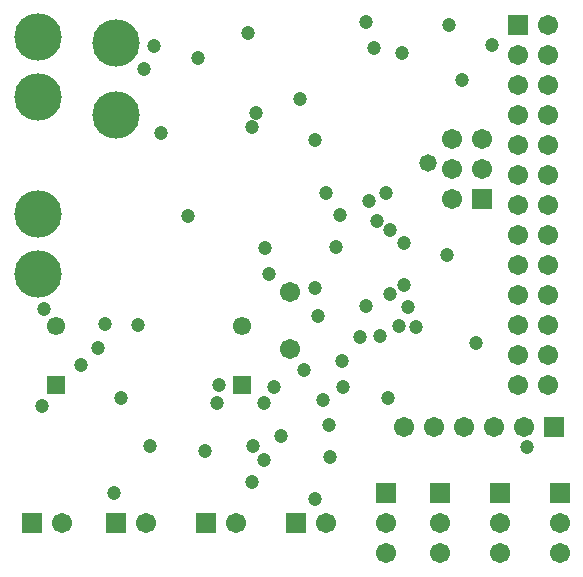
<source format=gbs>
%FSLAX25Y25*%
%MOIN*%
G70*
G01*
G75*
G04 Layer_Color=16711935*
%ADD10R,0.16535X0.16535*%
%ADD11O,0.07087X0.02362*%
%ADD12R,0.03937X0.04331*%
%ADD13R,0.05906X0.05118*%
%ADD14R,0.08465X0.01575*%
%ADD15R,0.08465X0.01575*%
%ADD16R,0.15748X0.39370*%
%ADD17R,0.04331X0.03937*%
%ADD18O,0.06496X0.02165*%
%ADD19O,0.02165X0.06496*%
%ADD20O,0.04921X0.01181*%
%ADD21R,0.06496X0.01181*%
%ADD22C,0.00787*%
%ADD23C,0.01890*%
%ADD24C,0.01575*%
%ADD25C,0.01969*%
%ADD26C,0.01181*%
%ADD27C,0.03937*%
%ADD28C,0.01260*%
%ADD29C,0.07874*%
%ADD30C,0.03150*%
%ADD31C,0.00630*%
%ADD32C,0.01000*%
%ADD33C,0.05315*%
%ADD34R,0.05315X0.05315*%
%ADD35R,0.05906X0.05906*%
%ADD36C,0.05906*%
%ADD37R,0.05906X0.05906*%
%ADD38C,0.15000*%
%ADD39C,0.05906*%
%ADD40C,0.03937*%
%ADD41C,0.05000*%
%ADD42C,0.00984*%
%ADD43C,0.02362*%
%ADD44C,0.00800*%
%ADD45R,0.17335X0.17335*%
%ADD46O,0.07887X0.03162*%
%ADD47R,0.04737X0.05131*%
%ADD48R,0.06706X0.05918*%
%ADD49R,0.09265X0.02375*%
%ADD50R,0.09265X0.02375*%
%ADD51R,0.16548X0.40170*%
%ADD52R,0.05131X0.04737*%
%ADD53O,0.07296X0.02965*%
%ADD54O,0.02965X0.07296*%
%ADD55O,0.05721X0.01981*%
%ADD56R,0.07296X0.01981*%
%ADD57C,0.06115*%
%ADD58R,0.06115X0.06115*%
%ADD59R,0.06706X0.06706*%
%ADD60C,0.06706*%
%ADD61R,0.06706X0.06706*%
%ADD62C,0.15800*%
%ADD63C,0.06706*%
%ADD64C,0.04737*%
%ADD65C,0.05800*%
D57*
X282000Y385843D02*
D03*
X220000D02*
D03*
D58*
X282000Y366157D02*
D03*
X220000D02*
D03*
D59*
X374000Y486000D02*
D03*
X362000Y428000D02*
D03*
X388000Y330000D02*
D03*
X348000D02*
D03*
X330000D02*
D03*
X368000D02*
D03*
D60*
X384000Y486000D02*
D03*
X374000Y476000D02*
D03*
X384000D02*
D03*
X374000Y466000D02*
D03*
X384000D02*
D03*
X374000Y456000D02*
D03*
X384000D02*
D03*
X374000Y446000D02*
D03*
X384000D02*
D03*
X374000Y436000D02*
D03*
X384000D02*
D03*
X374000Y426000D02*
D03*
X384000D02*
D03*
X374000Y416000D02*
D03*
X384000D02*
D03*
X374000Y406000D02*
D03*
X384000D02*
D03*
X374000Y396000D02*
D03*
X384000D02*
D03*
X374000Y386000D02*
D03*
X384000D02*
D03*
X374000Y376000D02*
D03*
X384000D02*
D03*
X374000Y366000D02*
D03*
X384000D02*
D03*
X310000Y320000D02*
D03*
X280000D02*
D03*
X222000D02*
D03*
X250000D02*
D03*
X352000Y428000D02*
D03*
X362000Y438000D02*
D03*
X352000D02*
D03*
X362000Y448000D02*
D03*
X352000D02*
D03*
X376000Y352000D02*
D03*
X366000D02*
D03*
X356000D02*
D03*
X346000D02*
D03*
X336000D02*
D03*
X388000Y320000D02*
D03*
Y310000D02*
D03*
X348000Y320000D02*
D03*
Y310000D02*
D03*
X330000Y320000D02*
D03*
Y310000D02*
D03*
X368000Y320000D02*
D03*
Y310000D02*
D03*
D61*
X300000Y320000D02*
D03*
X270000D02*
D03*
X212000D02*
D03*
X240000D02*
D03*
X386000Y352000D02*
D03*
D62*
X214000Y482000D02*
D03*
Y403000D02*
D03*
Y462000D02*
D03*
Y423000D02*
D03*
X240000Y456000D02*
D03*
Y480000D02*
D03*
D63*
X298000Y378000D02*
D03*
Y397200D02*
D03*
D64*
X351000Y486000D02*
D03*
X323500Y392500D02*
D03*
X340000Y385500D02*
D03*
X337500Y392000D02*
D03*
X336000Y399500D02*
D03*
X321500Y382000D02*
D03*
X328000Y382500D02*
D03*
X334300Y385600D02*
D03*
X330000Y430000D02*
D03*
X310000D02*
D03*
X306500Y398500D02*
D03*
X291000Y403000D02*
D03*
X307500Y389000D02*
D03*
X331575Y396400D02*
D03*
X350500Y409500D02*
D03*
X255000Y450000D02*
D03*
X285300Y333700D02*
D03*
X327100Y420675D02*
D03*
X326000Y478500D02*
D03*
X267500Y475200D02*
D03*
X289600Y340900D02*
D03*
X273900Y359900D02*
D03*
X285642Y345839D02*
D03*
X274412Y365911D02*
D03*
X234159Y378559D02*
D03*
X228400Y372800D02*
D03*
X306300Y447800D02*
D03*
X249300Y471400D02*
D03*
X323300Y486900D02*
D03*
X252700Y478900D02*
D03*
X285400Y452000D02*
D03*
X284000Y483500D02*
D03*
X313600Y412000D02*
D03*
X236347Y386500D02*
D03*
X215500Y359000D02*
D03*
X355575Y467600D02*
D03*
X314900Y422700D02*
D03*
X336200Y413400D02*
D03*
X324400Y427300D02*
D03*
X331500Y417700D02*
D03*
X311600Y342200D02*
D03*
X309100Y361200D02*
D03*
X311200Y352600D02*
D03*
X302848Y371000D02*
D03*
X315799Y365539D02*
D03*
X295100Y349000D02*
D03*
X292800Y365282D02*
D03*
X269800Y343900D02*
D03*
X315600Y373900D02*
D03*
X251600Y345600D02*
D03*
X247600Y386200D02*
D03*
X289700Y411600D02*
D03*
X216100Y391300D02*
D03*
X377000Y345500D02*
D03*
X330900Y361600D02*
D03*
X289600Y360000D02*
D03*
X306400Y328200D02*
D03*
X241900Y361600D02*
D03*
X301500Y461500D02*
D03*
X360000Y380200D02*
D03*
X286700Y456600D02*
D03*
X239500Y329900D02*
D03*
X365500Y479500D02*
D03*
X335346Y476846D02*
D03*
X264000Y422400D02*
D03*
D65*
X344000Y440000D02*
D03*
M02*

</source>
